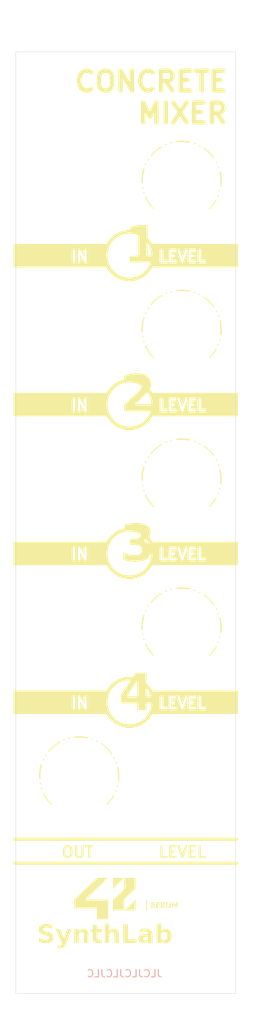
<source format=kicad_pcb>
(kicad_pcb (version 20240108) (generator "pcbnew") (generator_version "8.0")
  (layers (0 "F.Cu" signal) (31 "B.Cu" signal) (36 "B.SilkS" user "B.Silkscreen") (37 "F.SilkS" user "F.Silkscreen") (38 "B.Mask" user) (39 "F.Mask" user) (44 "Edge.Cuts" user))
  (net 0 "")
  (footprint "Library:MountingHole_6mm" (layer "F.Cu") (at 113.665 73.48)
    (property "Reference" "REF**" (hide yes))
    (property "Value" "MountingHole_6mm" (hide yes))
    (pad "" np_thru_hole circle (at 0 0) (size 7 7) (drill 7) (layers "F&B.Cu" "*.Mask"))
  )
  (footprint "Library:MountingHole_6mm" (layer "F.Cu") (at 127.635 134.44)
    (property "Reference" "REF**" (hide yes))
    (property "Value" "MountingHole_6mm" (hide yes))
    (pad "" np_thru_hole circle (at 0 0) (size 7 7) (drill 7) (layers "F&B.Cu" "*.Mask"))
  )
  (footprint "Library:MountingHole_6mm" (layer "F.Cu") (at 127.635 93.8)
    (property "Reference" "REF**" (hide yes))
    (property "Value" "MountingHole_6mm" (hide yes))
    (pad "" np_thru_hole circle (at 0 0) (size 7 7) (drill 7) (layers "F&B.Cu" "*.Mask"))
  )
  (footprint "Library:MountingHole_6mm" (layer "F.Cu") (at 127.635 73.48)
    (property "Reference" "REF**" (hide yes))
    (property "Value" "MountingHole_6mm" (hide yes))
    (pad "" np_thru_hole circle (at 0 0) (size 7 7) (drill 7) (layers "F&B.Cu" "*.Mask"))
  )
  (footprint "Library:Eurorack_Panel_ScrewHole_Oval" (layer "F.Cu") (at 109.855 38.5572)
    (property "Reference" "REF**" (hide yes))
    (property "Value" "Eurorack_Panel_ScrewHole_Oval" (hide yes))
    (pad "" np_thru_hole oval (at 0 0) (size 5.2 3.2) (drill oval 5.2 3.2) (layers "F&B.Cu" "*.Mask"))
  )
  (footprint "Library:MountingHole_6mm" (layer "F.Cu") (at 113.665 114.12)
    (property "Reference" "REF**" (hide yes))
    (property "Value" "MountingHole_6mm" (hide yes))
    (pad "" np_thru_hole circle (at 0 0) (size 7 7) (drill 7) (layers "F&B.Cu" "*.Mask"))
  )
  (footprint "Library:MountingHole_6mm" (layer "F.Cu") (at 127.635 114.12)
    (property "Reference" "REF**" (hide yes))
    (property "Value" "MountingHole_6mm" (hide yes))
    (pad "" np_thru_hole circle (at 0 0) (size 7 7) (drill 7) (layers "F&B.Cu" "*.Mask"))
  )
  (footprint "Library:MountingHole_6mm" (layer "F.Cu") (at 113.665 93.8)
    (property "Reference" "REF**" (hide yes))
    (property "Value" "MountingHole_6mm" (hide yes))
    (pad "" np_thru_hole circle (at 0 0) (size 7 7) (drill 7) (layers "F&B.Cu" "*.Mask"))
  )
  (footprint "Library:Eurorack_Panel_ScrewHole_Oval" (layer "F.Cu") (at 130.175 161.0614)
    (property "Reference" "REF**" (hide yes))
    (property "Value" "Eurorack_Panel_ScrewHole_Oval" (hide yes))
    (pad "" np_thru_hole oval (at 0 0) (size 5.2 3.2) (drill oval 5.2 3.2) (layers "F&B.Cu" "*.Mask"))
  )
  (footprint "Library:MountingHole_6mm" (layer "F.Cu") (at 113.665 53.16)
    (property "Reference" "REF**" (hide yes))
    (property "Value" "MountingHole_6mm" (hide yes))
    (pad "" np_thru_hole circle (at 0 0) (size 7 7) (drill 7) (layers "F&B.Cu" "*.Mask"))
  )
  (footprint "Library:MountingHole_6mm" (layer "F.Cu") (at 127.635 53.16)
    (property "Reference" "REF**" (hide yes))
    (property "Value" "MountingHole_6mm" (hide yes))
    (pad "" np_thru_hole circle (at 0 0) (size 7 7) (drill 7) (layers "F&B.Cu" "*.Mask"))
  )
  (footprint "Library:MountingHole_6mm" (layer "F.Cu") (at 113.665 134.44)
    (property "Reference" "REF**" (hide yes))
    (property "Value" "MountingHole_6mm" (hide yes))
    (pad "" np_thru_hole circle (at 0 0) (size 7 7) (drill 7) (layers "F&B.Cu" "*.Mask"))
  )
  (gr_poly (pts (xy 118.278236 149.769265) (xy 118.278236 148.289913) (xy 119.81773 148.289913)) (fill solid) (layer "F.SilkS"))
  (gr_rect (start 104.775 64.385213) (end 117.475 64.893213) (stroke (width 0.15)) (fill solid) (layer "F.SilkS"))
  (gr_poly (pts (xy 114.537745 151.248617) (xy 117.618185 151.248617) (xy 117.618185 153.925538) (xy 116.077969 153.925538) (xy 116.077969 152.446187) (xy 112.998251 152.446187) (xy 112.998251 151.248617) (xy 116.077969 148.289913) (xy 117.618185 148.289913)) (fill solid) (layer "F.SilkS"))
  (gr_circle (center 120.523 63.369213) (end 123.775787 63.369213) (stroke (width 0.5)) (fill none) (layer "F.SilkS"))
  (gr_rect (start 104.775 123.313213) (end 112.649 125.345213) (stroke (width 0.15)) (fill solid) (layer "F.SilkS"))
  (gr_poly (pts (xy 126.892288 152.104144) (xy 126.953328 151.591421) (xy 127.127 151.591421) (xy 127.034687 152.380115) (xy 126.883558 152.380115) (xy 126.534625 151.864487) (xy 126.475014 152.380115) (xy 126.301342 152.380115) (xy 126.395084 151.591421) (xy 126.546293 151.591421)) (fill solid) (layer "F.SilkS"))
  (gr_rect (start 104.775 142.871213) (end 135.255 143.150613) (stroke (width 0.15)) (fill solid) (layer "F.SilkS"))
  (gr_poly (pts (xy 122.909807 152.775172) (xy 122.792093 152.775172) (xy 122.792093 151.290741) (xy 122.909807 151.290741)) (fill solid) (layer "F.SilkS"))
  (gr_rect (start 123.571 61.845213) (end 135.255 62.353213) (stroke (width 0.15)) (fill solid) (layer "F.SilkS"))
  (gr_arc (start 123.825 77.29) (mid 127.635 68.091846) (end 131.445 77.29) (stroke (width 0.1705) (type dash_dot_dot)) (layer "F.SilkS"))
  (gr_rect (start 114.935 123.313213) (end 117.221 125.345213) (stroke (width 0.15)) (fill solid) (layer "F.SilkS"))
  (gr_arc (start 123.825 56.97) (mid 127.635 47.771846) (end 131.445 56.97) (stroke (width 0.1705) (type dash_dot_dot)) (layer "F.SilkS"))
  (gr_rect (start 114.935 82.673213) (end 117.221 84.705213) (stroke (width 0.15)) (fill solid) (layer "F.SilkS"))
  (gr_rect (start 123.571 122.805213) (end 135.255 123.313213) (stroke (width 0.15)) (fill solid) (layer "F.SilkS"))
  (gr_rect (start 104.775 62.353213) (end 112.649 64.385213) (stroke (width 0.15)) (fill solid) (layer "F.SilkS"))
  (gr_rect (start 131.191 123.313213) (end 135.255 125.345213) (stroke (width 0.15)) (fill solid) (layer "F.SilkS"))
  (gr_rect (start 123.571 84.705213) (end 135.255 85.213213) (stroke (width 0.15)) (fill solid) (layer "F.SilkS"))
  (gr_rect (start 104.775 61.845213) (end 117.475 62.353213) (stroke (width 0.15)) (fill solid) (layer "F.SilkS"))
  (gr_rect (start 131.191 62.353213) (end 135.255 64.385213) (stroke (width 0.15)) (fill solid) (layer "F.SilkS"))
  (gr_circle (center 120.523 83.689213) (end 123.775787 83.689213) (stroke (width 0.5)) (fill none) (layer "F.SilkS"))
  (gr_poly (pts (xy 125.122308 151.591858) (xy 125.13569 151.592512) (xy 125.148995 151.593553) (xy 125.162204 151.595054) (xy 125.175296 151.597087) (xy 125.18825 151.599724) (xy 125.201045 151.603038) (xy 125.213663 151.6071) (xy 125.226081 151.611984) (xy 125.23828 151.617762) (xy 125.250238 151.624506) (xy 125.261936 151.632288) (xy 125.273354 151.641181) (xy 125.28447 151.651257) (xy 125.295264 151.662589) (xy 125.300185 151.668165) (xy 125.305097 151.67428) (xy 125.309957 151.680947) (xy 125.314723 151.688176) (xy 125.319352 151.69598) (xy 125.323802 151.704371) (xy 125.328031 151.713359) (xy 125.331994 151.722957) (xy 125.335651 151.733175) (xy 125.338959 151.744027) (xy 125.341874 151.755524) (xy 125.344355 151.767677) (xy 125.346358 151.780498) (xy 125.347842 151.793998) (xy 125.348763 151.80819) (xy 125.349 151.815549) (xy 125.34908 151.823085) (xy 125.348793 151.836923) (xy 125.347943 151.85038) (xy 125.34655 151.863453) (xy 125.344631 151.876135) (xy 125.342205 151.888421) (xy 125.339289 151.900306) (xy 125.335903 151.911785) (xy 125.332064 151.922853) (xy 125.327791 151.933503) (xy 125.323101 151.943731) (xy 125.318014 151.953531) (xy 125.312547 151.962898) (xy 125.306718 151.971827) (xy 125.300547 151.980313) (xy 125.29405 151.988349) (xy 125.287248 151.995932) (xy 125.280974 152.002068) (xy 125.274433 152.007942) (xy 125.267647 152.013551) (xy 125.260638 152.018889) (xy 125.253428 152.02395) (xy 125.246041 152.028729) (xy 125.238497 152.03322) (xy 125.230821 152.037419) (xy 125.223034 152.041321) (xy 125.215159 152.044919) (xy 125.207218 152.048209) (xy 125.199233 152.051185) (xy 125.191228 152.053841) (xy 125.183224 152.056174) (xy 125.175244 152.058177) (xy 125.167311 152.059845) (xy 125.361382 152.380115) (xy 125.15858 152.380115) (xy 124.976891 152.069283) (xy 124.940536 152.380115) (xy 124.766865 152.380115) (xy 124.817272 151.94945) (xy 124.990701 151.94945) (xy 125.033565 151.94945) (xy 125.044823 151.949246) (xy 125.050866 151.948952) (xy 125.057133 151.948497) (xy 125.063583 151.947855) (xy 125.070178 151.947) (xy 125.076877 151.945907) (xy 125.08364 151.94455) (xy 125.090429 151.942903) (xy 125.097203 151.940942) (xy 125.103924 151.93864) (xy 125.11055 151.935972) (xy 125.117043 151.932912) (xy 125.123362 151.929436) (xy 125.129469 151.925516) (xy 125.135324 151.921129) (xy 125.138123 151.918787) (xy 125.140793 151.916391) (xy 125.143336 151.913943) (xy 125.145755 151.911446) (xy 125.148052 151.908901) (xy 125.150231 151.906311) (xy 125.154243 151.900998) (xy 125.157811 151.895524) (xy 125.160958 151.889903) (xy 125.163704 151.88415) (xy 125.16607 151.878281) (xy 125.168079 151.872309) (xy 125.16975 151.866249) (xy 125.171106 151.860118) (xy 125.172168 151.853929) (xy 125.172957 151.847697) (xy 125.173494 151.841438) (xy 125.173801 151.835166) (xy 125.173898 151.828895) (xy 125.173825 151.824185) (xy 125.173587 151.819332) (xy 125.173156 151.814364) (xy 125.172505 151.80931) (xy 125.171606 151.804196) (xy 125.170433 151.799049) (xy 125.168958 151.793899) (xy 125.167152 151.788772) (xy 125.16499 151.783697) (xy 125.162443 151.778699) (xy 125.159484 151.773809) (xy 125.157841 151.771412) (xy 125.156085 151.769052) (xy 125.154212 151.766732) (xy 125.152219 151.764457) (xy 125.150103 151.762228) (xy 125.147859 151.760051) (xy 125.145485 151.757927) (xy 125.142977 151.755862) (xy 125.140332 151.753857) (xy 125.137546 151.751917) (xy 125.133201 151.749191) (xy 125.128623 151.746726) (xy 125.123818 151.74451) (xy 125.11879 151.742531) (xy 125.113544 151.740777) (xy 125.108087 151.739238) (xy 125.102423 151.737901) (xy 125.096558 151.736755) (xy 125.090497 151.735787) (xy 125.084244 151.734986) (xy 125.077806 151.734341) (xy 125.071186 151.733839) (xy 125.064392 151.733469) (xy 125.057427 151.73322) (xy 125.043009 151.733034) (xy 125.016896 151.733034) (xy 124.990701 151.94945) (xy 124.817272 151.94945) (xy 124.859178 151.591421) (xy 125.095398 151.591421)) (fill solid) (layer "F.SilkS"))
  (gr_poly (pts (xy 123.81852 151.591766) (xy 123.828869 151.592278) (xy 123.839447 151.593088) (xy 123.8502 151.594252) (xy 123.861074 151.595823) (xy 123.872013 151.597856) (xy 123.882964 151.600405) (xy 123.893872 151.603525) (xy 123.904684 151.607269) (xy 123.915343 151.611691) (xy 123.925797 151.616847) (xy 123.935989 151.622791) (xy 123.945868 151.629576) (xy 123.950672 151.633301) (xy 123.955376 151.637257) (xy 123.959975 151.64145) (xy 123.964462 151.645888) (xy 123.969442 151.651274) (xy 123.974278 151.657082) (xy 123.978944 151.66331) (xy 123.983416 151.669954) (xy 123.987671 151.677011) (xy 123.991682 151.684477) (xy 123.995427 151.69235) (xy 123.998881 151.700626) (xy 124.00202 151.709303) (xy 124.004819 151.718376) (xy 124.007254 151.727843) (xy 124.009301 151.7377) (xy 124.010935 151.747945) (xy 124.012132 151.758573) (xy 124.012869 151.769582) (xy 124.01312 151.780969) (xy 124.012976 151.790373) (xy 124.012547 151.799526) (xy 124.011836 151.808433) (xy 124.010845 151.817097) (xy 124.009578 151.825523) (xy 124.008038 151.833715) (xy 124.006228 151.841678) (xy 124.00415 151.849415) (xy 124.001808 151.85693) (xy 123.999205 151.864229) (xy 123.996344 151.871315) (xy 123.993228 151.878192) (xy 123.98986 151.884864) (xy 123.986243 151.891337) (xy 123.98238 151.897613) (xy 123.978273 151.903698) (xy 123.973595 151.910153) (xy 123.968824 151.916179) (xy 123.963973 151.921793) (xy 123.959054 151.927009) (xy 123.954078 151.931841) (xy 123.949058 151.936306) (xy 123.944006 151.940417) (xy 123.938934 151.944189) (xy 123.933852 151.947638) (xy 123.928775 151.950779) (xy 123.923713 151.953626) (xy 123.918679 151.956194) (xy 123.913684 151.958498) (xy 123.908741 151.960553) (xy 123.903861 151.962374) (xy 123.899056 151.963976) (xy 123.906156 151.965855) (xy 123.913018 151.967942) (xy 123.919644 151.970222) (xy 123.926035 151.972682) (xy 123.932192 151.975308) (xy 123.938117 151.978086) (xy 123.943809 151.981002) (xy 123.949271 151.984042) (xy 123.954503 151.987194) (xy 123.959507 151.990442) (xy 123.964282 151.993773) (xy 123.968831 151.997173) (xy 123.973155 152.000628) (xy 123.977253 152.004125) (xy 123.981129 152.007649) (xy 123.984782 152.011188) (xy 123.991084 152.017896) (xy 123.996903 152.024688) (xy 124.002248 152.031577) (xy 124.007131 152.038579) (xy 124.011561 152.045709) (xy 124.01555 152.052982) (xy 124.019108 152.060411) (xy 124.022246 152.068013) (xy 124.024976 152.075803) (xy 124.027306 152.083794) (xy 124.029248 152.092003) (xy 124.030814 152.100443) (xy 124.032013 152.109131) (xy 124.032856 152.11808) (xy 124.033354 152.127305) (xy 124.033517 152.136823) (xy 124.033159 152.152143) (xy 124.032116 152.166792) (xy 124.030435 152.180776) (xy 124.028166 152.194105) (xy 124.025356 152.206787) (xy 124.022053 152.218831) (xy 124.018305 152.230245) (xy 124.01416 152.241038) (xy 124.009667 152.251218) (xy 124.004872 152.260794) (xy 123.999825 152.269774) (xy 123.994574 152.278166) (xy 123.989165 152.28598) (xy 123.983648 152.293224) (xy 123.97807 152.299906) (xy 123.972479 152.306034) (xy 123.966809 152.311742) (xy 123.960979 152.31716) (xy 123.954997 152.322293) (xy 123.94887 152.32715) (xy 123.936204 152.336065) (xy 123.923038 152.34396) (xy 123.909424 152.350893) (xy 123.895418 152.356922) (xy 123.881073 152.362105) (xy 123.866445 152.366497) (xy 123.851586 152.370158) (xy 123.836552 152.373145) (xy 123.821397 152.375514) (xy 123.806175 152.377324) (xy 123.790941 152.378631) (xy 123.775748 152.379494) (xy 123.760652 152.379969) (xy 123.745705 152.380115) (xy 123.465829 152.380115) (xy 123.482489 152.237772) (xy 123.656249 152.237772) (xy 123.719511 152.237772) (xy 123.732636 152.237565) (xy 123.747123 152.236795) (xy 123.754706 152.236131) (xy 123.762425 152.235243) (xy 123.770213 152.234104) (xy 123.778001 152.232687) (xy 123.785721 152.230963) (xy 123.793305 152.228905) (xy 123.800685 152.226486) (xy 123.807793 152.223677) (xy 123.814561 152.220452) (xy 123.820921 152.216782) (xy 123.823927 152.214772) (xy 123.826805 152.21264) (xy 123.829547 152.210383) (xy 123.832145 152.207998) (xy 123.834121 152.206072) (xy 123.836218 152.203828) (xy 123.838401 152.201254) (xy 123.840635 152.198339) (xy 123.842887 152.195071) (xy 123.845123 152.191438) (xy 123.847308 152.187428) (xy 123.848371 152.185279) (xy 123.849408 152.183031) (xy 123.850416 152.180683) (xy 123.851389 152.178233) (xy 123.852325 152.17568) (xy 123.853217 152.173024) (xy 123.854063 152.170261) (xy 123.854858 152.167391) (xy 123.855597 152.164412) (xy 123.856277 152.161323) (xy 123.856892 152.158122) (xy 123.85744 152.154808) (xy 123.857915 152.151379) (xy 123.858313 152.147834) (xy 123.85863 152.144172) (xy 123.858862 152.140391) (xy 123.859004 152.136489) (xy 123.859052 152.132465) (xy 123.859007 152.129244) (xy 123.858863 152.125857) (xy 123.858606 152.122328) (xy 123.858221 152.118679) (xy 123.857697 152.114932) (xy 123.857018 152.111109) (xy 123.856172 152.107233) (xy 123.855143 152.103326) (xy 123.85392 152.099411) (xy 123.852487 152.095509) (xy 123.850832 152.091644) (xy 123.84894 152.087837) (xy 123.846797 152.08411) (xy 123.844391 152.080487) (xy 123.841707 152.07699) (xy 123.838732 152.07364) (xy 123.836332 152.071261) (xy 123.833782 152.069021) (xy 123.831094 152.066919) (xy 123.82828 152.064947) (xy 123.825353 152.063104) (xy 123.822323 152.061384) (xy 123.816004 152.058298) (xy 123.809418 152.055653) (xy 123.802659 152.053418) (xy 123.795823 152.051557) (xy 123.789004 152.050036) (xy 123.782297 152.048822) (xy 123.775795 152.04788) (xy 123.769595 152.047176) (xy 123.76379 152.046677) (xy 123.753746 152.046155) (xy 123.74642 152.046042) (xy 123.678792 152.046042) (xy 123.656249 152.237772) (xy 123.482489 152.237772) (xy 123.520655 151.911691) (xy 123.694032 151.911691) (xy 123.729671 151.911691) (xy 123.741061 151.911484) (xy 123.74707 151.911184) (xy 123.753238 151.910715) (xy 123.759526 151.91005) (xy 123.765895 151.909162) (xy 123.772307 151.908023) (xy 123.778725 151.906605) (xy 123.785109 151.904881) (xy 123.791421 151.902823) (xy 123.797623 151.900403) (xy 123.803676 151.897594) (xy 123.809542 151.894367) (xy 123.815183 151.890697) (xy 123.82056 151.886553) (xy 123.823138 151.884296) (xy 123.825636 151.88191) (xy 123.82869 151.878646) (xy 123.83157 151.87513) (xy 123.834272 151.871381) (xy 123.836794 151.867421) (xy 123.839132 151.86327) (xy 123.841284 151.858947) (xy 123.843245 151.854473) (xy 123.845013 151.849868) (xy 123.846585 151.845153) (xy 123.847958 151.840347) (xy 123.849128 151.83547) (xy 123.850092 151.830544) (xy 123.850848 151.825588) (xy 123.851391 151.820622) (xy 123.85172 151.815667) (xy 123.85183 151.810742) (xy 123.851672 151.804919) (xy 123.851216 151.799427) (xy 123.850488 151.794256) (xy 123.849512 151.789396) (xy 123.848314 151.784839) (xy 123.84692 151.780575) (xy 123.845355 151.776593) (xy 123.843644 151.772885) (xy 123.841813 151.769441) (xy 123.839888 151.766251) (xy 123.837894 151.763306) (xy 123.835856 151.760596) (xy 123.8338 151.758112) (xy 123.831751 151.755844) (xy 123.829736 151.753782) (xy 123.827778 151.751917) (xy 123.825778 151.750265) (xy 123.823726 151.748712) (xy 123.821623 151.747256) (xy 123.819472 151.745892) (xy 123.815038 151.743431) (xy 123.810446 151.741305) (xy 123.805716 151.73949) (xy 123.800871 151.737962) (xy 123.795931 151.736695) (xy 123.790919 151.735665) (xy 123.785855 151.734849) (xy 123.780762 151.73422) (xy 123.775661 151.733756) (xy 123.770573 151.733431) (xy 123.760523 151.7331) (xy 123.750784 151.733034) (xy 123.714431 151.733034) (xy 123.694032 151.911691) (xy 123.520655 151.911691) (xy 123.558141 151.591421) (xy 123.798727 151.591421)) (fill solid) (layer "F.SilkS"))
  (gr_rect (start 104.775 122.805213) (end 117.475 123.313213) (stroke (width 0.15)) (fill solid) (layer "F.SilkS"))
  (gr_rect (start 123.571 82.673213) (end 124.587 84.705213) (stroke (width 0.15)) (fill solid) (layer "F.SilkS"))
  (gr_rect (start 104.775 84.705213) (end 117.475 85.213213) (stroke (width 0.15)) (fill solid) (layer "F.SilkS"))
  (gr_arc (start 123.825 97.61) (mid 127.635 88.411846) (end 131.445 97.61) (stroke (width 0.1705) (type dash_dot_dot)) (layer "F.SilkS"))
  (gr_rect (start 104.775 125.345213) (end 117.475 125.853213) (stroke (width 0.15)) (fill solid) (layer "F.SilkS"))
  (gr_poly (pts (xy 124.705825 151.744655) (xy 124.412851 151.744655) (xy 124.391024 151.897166) (xy 124.673836 151.897166) (xy 124.652009 152.051129) (xy 124.36999 152.051129) (xy 124.346018 152.226151) (xy 124.643992 152.226151) (xy 124.622958 152.380115) (xy 124.122815 152.380115) (xy 124.232591 151.591421) (xy 124.727573 151.591421)) (fill solid) (layer "F.SilkS"))
  (gr_poly (pts (xy 126.133384 152.379385) (xy 125.959633 152.379385) (xy 126.051945 151.591421) (xy 126.225697 151.591421)) (fill solid) (layer "F.SilkS"))
  (gr_rect (start 114.935 102.993213) (end 117.221 105.025213) (stroke (width 0.15)) (fill solid) (layer "F.SilkS"))
  (gr_poly (pts (xy 121.357946 149.769265) (xy 119.81773 151.248617) (xy 119.81773 152.727968) (xy 118.278236 152.727968) (xy 118.278236 151.248617) (xy 119.81773 149.769265) (xy 119.81773 148.289913) (xy 121.357946 148.289913)) (fill solid) (layer "F.SilkS"))
  (gr_circle (center 120.523 124.329213) (end 123.775787 124.329213) (stroke (width 0.5)) (fill none) (layer "F.SilkS"))
  (gr_rect (start 123.571 123.313213) (end 124.587 125.345213) (stroke (width 0.15)) (fill solid) (layer "F.SilkS"))
  (gr_rect (start 104.775 102.993213) (end 112.649 105.025213) (stroke (width 0.15)) (fill solid) (layer "F.SilkS"))
  (gr_rect (start 123.571 62.353213) (end 124.587 64.385213) (stroke (width 0.15)) (fill solid) (layer "F.SilkS"))
  (gr_poly (pts (xy 125.642688 152.226151) (xy 125.877479 152.226151) (xy 125.859303 152.379385) (xy 125.450839 152.379385) (xy 125.543865 151.591421) (xy 125.717619 151.591421)) (fill solid) (layer "F.SilkS"))
  (gr_rect (start 104.775 82.165213) (end 117.475 82.673213) (stroke (width 0.15)) (fill solid) (layer "F.SilkS"))
  (gr_rect (start 123.571 82.165213) (end 135.255 82.673213) (stroke (width 0.15)) (fill solid) (layer "F.SilkS"))
  (gr_arc (start 109.855 138.25) (mid 113.665 129.051846) (end 117.475 138.25) (stroke (width 0.1705) (type dash_dot_dot)) (layer "F.SilkS"))
  (gr_rect (start 123.571 64.385213) (end 135.255 64.893213) (stroke (width 0.15)) (fill solid) (layer "F.SilkS"))
  (gr_rect (start 123.571 102.993213) (end 124.587 105.025213) (stroke (width 0.15)) (fill solid) (layer "F.SilkS"))
  (gr_arc (start 123.825 117.93) (mid 127.635 108.731846) (end 131.445 117.93) (stroke (width 0.1705) (type dash_dot_dot)) (layer "F.SilkS"))
  (gr_circle (center 120.523 104.009213) (end 123.775787 104.009213) (stroke (width 0.5)) (fill none) (layer "F.SilkS"))
  (gr_rect (start 114.935 62.353213) (end 117.221 64.385213) (stroke (width 0.15)) (fill solid) (layer "F.SilkS"))
  (gr_rect (start 131.191 102.993213) (end 135.255 105.025213) (stroke (width 0.15)) (fill solid) (layer "F.SilkS"))
  (gr_rect (start 123.571 125.345213) (end 135.255 125.853213) (stroke (width 0.15)) (fill solid) (layer "F.SilkS"))
  (gr_poly (pts (xy 121.357867 152.728) (xy 119.817682 152.728) (xy 121.357867 151.248648)) (fill solid) (layer "F.SilkS"))
  (gr_rect (start 123.571 102.485213) (end 135.255 102.993213) (stroke (width 0.15)) (fill solid) (layer "F.SilkS"))
  (gr_rect (start 104.775 146.147813) (end 135.255 146.427213) (stroke (width 0.15)) (fill solid) (layer "F.SilkS"))
  (gr_rect (start 104.775 105.025213) (end 117.475 105.533213) (stroke (width 0.15)) (fill solid) (layer "F.SilkS"))
  (gr_rect (start 104.775 102.485213) (end 117.475 102.993213) (stroke (width 0.15)) (fill solid) (layer "F.SilkS"))
  (gr_rect (start 104.775 82.673213) (end 112.649 84.705213) (stroke (width 0.15)) (fill solid) (layer "F.SilkS"))
  (gr_rect (start 131.191 82.673213) (end 135.255 84.705213) (stroke (width 0.15)) (fill solid) (layer "F.SilkS"))
  (gr_rect (start 123.571 105.025213) (end 135.255 105.533213) (stroke (width 0.15)) (fill solid) (layer "F.SilkS"))
  (gr_rect (start 105.015 35.56) (end 135.015 164.06) (stroke (width 0.05)) (fill none) (layer "Edge.Cuts"))
  (gr_text "JLCJLCJLCJLC\n" (at 125.095 161.925 0) (layer "B.SilkS") (effects (font (size 1 1)) (justify left bottom mirror)))
  (gr_text "OUT" (at 111.125 145.665213 0) (layer "F.SilkS") (effects (font (size 1.5 1.5) (thickness 0.3) (bold yes)) (justify left bottom)))
  (gr_text "LEVEL" (at 124.333 105.025213 0) (layer "F.SilkS" knockout) (effects (font (size 1.5 1.5) (thickness 0.3) (bold yes)) (justify left bottom)))
  (gr_text "LEVEL" (at 124.333 125.345213 0) (layer "F.SilkS" knockout) (effects (font (size 1.5 1.5) (thickness 0.3) (bold yes)) (justify left bottom)))
  (gr_text "SynthLab" (at 107.895867 157.598617 0) (layer "F.SilkS") (effects (font (size 2.5 2.5) (thickness 0.3) (bold yes)) (justify left bottom)))
  (gr_text "3" (at 119.226013 105.89315 0) (layer "F.SilkS") (effects (font (size 5 5) (thickness 0.4) (bold yes)) (justify left bottom)))
  (gr_text "LEVEL" (at 124.333 84.705213 0) (layer "F.SilkS" knockout) (effects (font (size 1.5 1.5) (thickness 0.3) (bold yes)) (justify left bottom)))
  (gr_text "1" (at 119.761 65.145273 0) (layer "F.SilkS") (effects (font (size 5 5) (thickness 0.4) (bold yes)) (justify left bottom)))
  (gr_text "CONCRETE\nMIXER" (at 134.239 45.54 0) (layer "F.SilkS") (effects (font (size 2.7 2.7) (thickness 0.6) (bold yes)) (justify right bottom)))
  (gr_text "IN" (at 112.395 125.345213 0) (layer "F.SilkS" knockout) (effects (font (size 1.5 1.5) (thickness 0.3) (bold yes)) (justify left bottom)))
  (gr_text "IN" (at 112.395 64.385213 0) (layer "F.SilkS" knockout) (effects (font (size 1.5 1.5) (thickness 0.3) (bold yes)) (justify left bottom)))
  (gr_text "IN" (at 112.395 105.025213 0) (layer "F.SilkS" knockout) (effects (font (size 1.5 1.5) (thickness 0.3) (bold yes)) (justify left bottom)))
  (gr_text "2" (at 119.260894 85.465273 0) (layer "F.SilkS") (effects (font (size 5 5) (thickness 0.4) (bold yes)) (justify left bottom)))
  (gr_text "4" (at 119.024779 126.238709 0) (layer "F.SilkS") (effects (font (size 5 5) (thickness 0.4) (bold yes)) (justify left bottom)))
  (gr_text "LEVEL" (at 124.333 64.385213 0) (layer "F.SilkS" knockout) (effects (font (size 1.5 1.5) (thickness 0.3) (bold yes)) (justify left bottom)))
  (gr_text "IN" (at 112.395 84.705213 0) (layer "F.SilkS" knockout) (effects (font (size 1.5 1.5) (thickness 0.3) (bold yes)) (justify left bottom)))
  (gr_text "LEVEL" (at 124.333 145.665213 0) (layer "F.SilkS") (effects (font (size 1.5 1.5) (thickness 0.3) (bold yes)) (justify left bottom)))
)
</source>
